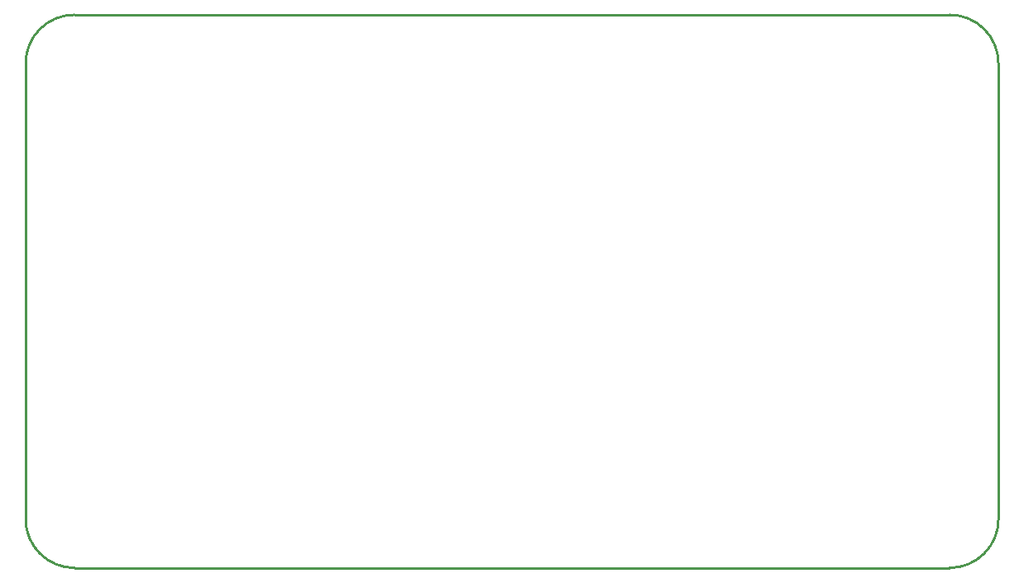
<source format=gko>
G04 Layer: BoardOutlineLayer*
G04 EasyEDA Pro v3.2.69, 2026-02-19 03:55:46*
G04 Gerber Generator version 0.3*
G04 Scale: 100 percent, Rotated: No, Reflected: No*
G04 Dimensions in millimeters*
G04 Leading zeros omitted, absolute positions, 4 integers and 5 decimals*
G04 Generated by one-click*
%FSLAX45Y45*%
%MOMM*%
%ADD10C,0.254*%
%ADD11C,0.6130*%
G75*


G04 Rect Start*
G54D10*
G01X-5368556Y-3631284D02*
G01X-5368556Y1039794D01*
G02X-4868556Y1539794I500000J0D01*
G01X4089564Y1539794D01*
G02X4589564Y1039794I0J-500000D01*
G01X4589564Y-3631284D01*
G02X4089564Y-4131284I-500000J0D01*
G01X-4868556Y-4131284D01*
G02X-5368556Y-3631284I0J500000D01*
G04 Rect End*

M02*


</source>
